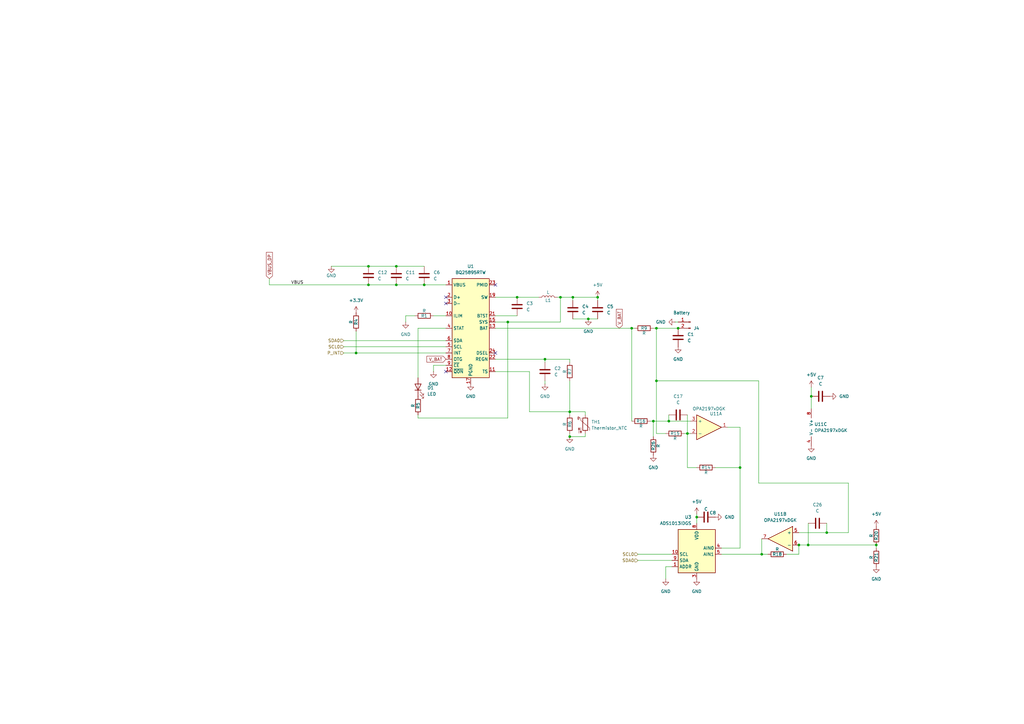
<source format=kicad_sch>
(kicad_sch (version 20250114) (generator "eeschema") (generator_version "9.0")
  (paper "A3")
  (lib_symbols
    (symbol "Amplifier_Operational:OPA2197xDGK"
      (property "Reference" "U" (at 0 5.08 0))
      (property "Value" "OPA2197xDGK" (at 0 -5.08 0))
      (symbol "OPA2197xDGK_1_1"
        (polyline (pts (xy -5.08 5.08) (xy 5.08 0) (xy -5.08 -5.08) (xy -5.08 5.08)) (stroke (width 0.254)) (fill (type background)))
        (pin input line (at -7.62 2.54 0) (length 2.54) (name "+") (number "3"))
        (pin input line (at -7.62 -2.54 0) (length 2.54) (name "-") (number "2"))
        (pin output line (at 7.62 0 180) (length 2.54) (name "~") (number "1"))
      )
      (symbol "OPA2197xDGK_2_1"
        (polyline (pts (xy -5.08 5.08) (xy 5.08 0) (xy -5.08 -5.08) (xy -5.08 5.08)) (stroke (width 0.254)) (fill (type background)))
        (pin input line (at -7.62 2.54 0) (length 2.54) (name "+") (number "5"))
        (pin input line (at -7.62 -2.54 0) (length 2.54) (name "-") (number "6"))
        (pin output line (at 7.62 0 180) (length 2.54) (name "~") (number "7"))
      )
      (symbol "OPA2197xDGK_3_1"
        (pin power_in line (at -2.54 7.62 270) (length 3.81) (name "V+") (number "8"))
        (pin power_in line (at -2.54 -7.62 90) (length 3.81) (name "V-") (number "4"))
      )
    )
    (symbol "Analog_ADC:ADS1013IDGS"
      (property "Reference" "U" (at 2.54 13.97 0))
      (property "Value" "ADS1013IDGS" (at 7.62 11.43 0))
      (symbol "ADS1013IDGS_0_1"
        (rectangle (start -7.62 10.16) (end 7.62 -7.62) (stroke (width 0.254)) (fill (type background)))
      )
      (symbol "ADS1013IDGS_1_1"
        (pin input line (at -10.16 2.54 0) (length 2.54) (name "AIN0") (number "4"))
        (pin input line (at -10.16 0 0) (length 2.54) (name "AIN1") (number "5"))
        (pin power_in line (at 0 12.7 270) (length 2.54) (name "VDD") (number "8"))
        (pin power_in line (at 0 -10.16 90) (length 2.54) (name "GND") (number "3"))
        (pin no_connect line (at 7.62 7.62 180) (length 2.54) (hide yes) (name "~") (number "2"))
        (pin no_connect line (at 7.62 5.08 180) (length 2.54) (hide yes) (name "~") (number "6"))
        (pin no_connect line (at 7.62 2.54 180) (length 2.54) (hide yes) (name "~") (number "7"))
        (pin input line (at 10.16 0 180) (length 2.54) (name "SCL") (number "10"))
        (pin bidirectional line (at 10.16 -2.54 180) (length 2.54) (name "SDA") (number "9"))
        (pin input line (at 10.16 -5.08 180) (length 2.54) (name "ADDR") (number "1"))
      )
    )
    (symbol "Battery_Management:BQ25895RTW"
      (property "Reference" "U" (at -5.08 22.86 0))
      (property "Value" "BQ25895RTW" (at 5.08 22.86 0))
      (symbol "BQ25895RTW_0_1"
        (rectangle (start -7.62 20.32) (end 7.62 -20.32) (stroke (width 0.254)) (fill (type background)))
      )
      (symbol "BQ25895RTW_1_1"
        (pin power_in line (at -10.16 17.78 0) (length 2.54) (name "VBUS") (number "1"))
        (pin bidirectional line (at -10.16 12.7 0) (length 2.54) (name "D+") (number "2"))
        (pin bidirectional line (at -10.16 10.16 0) (length 2.54) (name "D-") (number "3"))
        (pin passive line (at -10.16 5.08 0) (length 2.54) (name "ILIM") (number "10"))
        (pin open_collector line (at -10.16 0 0) (length 2.54) (name "STAT") (number "4"))
        (pin bidirectional line (at -10.16 -5.08 0) (length 2.54) (name "SDA") (number "6"))
        (pin input line (at -10.16 -7.62 0) (length 2.54) (name "SCL") (number "5"))
        (pin open_collector line (at -10.16 -10.16 0) (length 2.54) (name "INT") (number "7"))
        (pin input line (at -10.16 -12.7 0) (length 2.54) (name "OTG") (number "8"))
        (pin input line (at -10.16 -15.24 0) (length 2.54) (name "~{CE}") (number "9"))
        (pin input line (at -10.16 -17.78 0) (length 2.54) (name "~{QON}") (number "12"))
        (pin power_in line (at 0 -22.86 90) (length 2.54) (name "PGND") (number "17"))
        (pin passive line (at 0 -22.86 90) (length 2.54) (hide yes) (name "PGND") (number "18"))
        (pin passive line (at 0 -22.86 90) (length 2.54) (hide yes) (name "PGND") (number "25"))
        (pin power_out line (at 10.16 17.78 180) (length 2.54) (name "PMID") (number "23"))
        (pin power_out line (at 10.16 12.7 180) (length 2.54) (name "SW") (number "19"))
        (pin passive line (at 10.16 12.7 180) (length 2.54) (hide yes) (name "SW") (number "20"))
        (pin passive line (at 10.16 5.08 180) (length 2.54) (name "BTST") (number "21"))
        (pin passive line (at 10.16 2.54 180) (length 2.54) (name "SYS") (number "15"))
        (pin passive line (at 10.16 2.54 180) (length 2.54) (hide yes) (name "SYS") (number "16"))
        (pin passive line (at 10.16 0 180) (length 2.54) (name "BAT") (number "13"))
        (pin passive line (at 10.16 0 180) (length 2.54) (hide yes) (name "BAT") (number "14"))
        (pin open_collector line (at 10.16 -10.16 180) (length 2.54) (name "DSEL") (number "24"))
        (pin passive line (at 10.16 -12.7 180) (length 2.54) (name "REGN") (number "22"))
        (pin passive line (at 10.16 -17.78 180) (length 2.54) (name "TS") (number "11"))
      )
    )
    (symbol "Connector:Conn_01x02_Pin" (pin_names (offset 1.016) (hide yes))
      (property "Reference" "J" (at 0 2.54 0))
      (property "Value" "Conn_01x02_Pin" (at 0 -5.08 0))
      (symbol "Conn_01x02_Pin_1_1"
        (rectangle (start 0.8636 0.127) (end 0 -0.127) (stroke (width 0.1524)) (fill (type outline)))
        (rectangle (start 0.8636 -2.413) (end 0 -2.667) (stroke (width 0.1524)) (fill (type outline)))
        (polyline (pts (xy 1.27 0) (xy 0.8636 0)) (stroke (width 0.1524)))
        (polyline (pts (xy 1.27 -2.54) (xy 0.8636 -2.54)) (stroke (width 0.1524)))
        (pin passive line (at 5.08 0 180) (length 3.81) (name "Pin_1") (number "1"))
        (pin passive line (at 5.08 -2.54 180) (length 3.81) (name "Pin_2") (number "2"))
      )
    )
    (symbol "Device:C" (pin_numbers (hide yes)) (pin_names (offset 0.254))
      (property "Reference" "C" (at 0.635 2.54 0))
      (property "Value" "C" (at 0.635 -2.54 0))
      (symbol "C_0_1"
        (polyline (pts (xy -2.032 0.762) (xy 2.032 0.762)) (stroke (width 0.508)))
        (polyline (pts (xy -2.032 -0.762) (xy 2.032 -0.762)) (stroke (width 0.508)))
      )
      (symbol "C_1_1"
        (pin passive line (at 0 3.81 270) (length 2.794) (name "~") (number "1"))
        (pin passive line (at 0 -3.81 90) (length 2.794) (name "~") (number "2"))
      )
    )
    (symbol "Device:L" (pin_numbers (hide yes)) (pin_names (offset 1.016) (hide yes))
      (property "Reference" "L" (at -1.27 0 90))
      (property "Value" "L" (at 1.905 0 90))
      (symbol "L_0_1"
        (arc (start 0 2.54) (mid 0.6323 1.905) (end 0 1.27))
        (arc (start 0 1.27) (mid 0.6323 0.635) (end 0 0))
        (arc (start 0 0) (mid 0.6323 -0.635) (end 0 -1.27))
        (arc (start 0 -1.27) (mid 0.6323 -1.905) (end 0 -2.54))
      )
      (symbol "L_1_1"
        (pin passive line (at 0 3.81 270) (length 1.27) (name "1") (number "1"))
        (pin passive line (at 0 -3.81 90) (length 1.27) (name "2") (number "2"))
      )
    )
    (symbol "Device:LED" (pin_numbers (hide yes)) (pin_names (offset 1.016) (hide yes))
      (property "Reference" "D" (at 0 2.54 0))
      (property "Value" "LED" (at 0 -2.54 0))
      (symbol "LED_0_1"
        (polyline (pts (xy -3.048 -0.762) (xy -4.572 -2.286) (xy -3.81 -2.286) (xy -4.572 -2.286) (xy -4.572 -1.524)))
        (polyline (pts (xy -1.778 -0.762) (xy -3.302 -2.286) (xy -2.54 -2.286) (xy -3.302 -2.286) (xy -3.302 -1.524)))
        (polyline (pts (xy -1.27 0) (xy 1.27 0)))
        (polyline (pts (xy -1.27 -1.27) (xy -1.27 1.27)) (stroke (width 0.254)))
        (polyline (pts (xy 1.27 -1.27) (xy 1.27 1.27) (xy -1.27 0) (xy 1.27 -1.27)) (stroke (width 0.254)))
      )
      (symbol "LED_1_1"
        (pin passive line (at -3.81 0 0) (length 2.54) (name "K") (number "1"))
        (pin passive line (at 3.81 0 180) (length 2.54) (name "A") (number "2"))
      )
    )
    (symbol "Device:R" (pin_numbers (hide yes)) (pin_names (offset 0))
      (property "Reference" "R" (at 2.032 0 90))
      (property "Value" "R" (at 0 0 90))
      (symbol "R_0_1"
        (rectangle (start -1.016 -2.54) (end 1.016 2.54) (stroke (width 0.254)))
      )
      (symbol "R_1_1"
        (pin passive line (at 0 3.81 270) (length 1.27) (name "~") (number "1"))
        (pin passive line (at 0 -3.81 90) (length 1.27) (name "~") (number "2"))
      )
    )
    (symbol "Device:Thermistor_NTC" (pin_numbers (hide yes)) (pin_names (offset 0))
      (property "Reference" "TH" (at -4.445 0 90))
      (property "Value" "Thermistor_NTC" (at 3.175 0 90))
      (symbol "Thermistor_NTC_0_1"
        (arc (start -3.175 2.413) (mid -3.0506 2.3165) (end -3.048 2.159))
        (arc (start -3.048 2.794) (mid -2.9736 2.9736) (end -2.794 3.048))
        (arc (start -2.794 3.048) (mid -2.6144 2.9736) (end -2.54 2.794))
        (arc (start -2.794 2.54) (mid -2.9736 2.6144) (end -3.048 2.794))
        (arc (start -2.794 1.905) (mid -2.9736 1.9794) (end -3.048 2.159))
        (arc (start -2.54 2.159) (mid -2.6144 1.9794) (end -2.794 1.905))
        (arc (start -2.159 2.794) (mid -2.434 2.5608) (end -2.794 2.54))
        (polyline (pts (xy -2.54 2.159) (xy -2.54 2.794)))
        (polyline (pts (xy -2.54 -3.683) (xy -2.54 -1.397) (xy -2.794 -2.159) (xy -2.286 -2.159) (xy -2.54 -1.397) (xy -2.54 -1.651)) (fill (type outline)))
        (polyline (pts (xy -1.778 2.54) (xy -1.778 1.524) (xy 1.778 -1.524) (xy 1.778 -2.54)))
        (polyline (pts (xy -1.778 -1.397) (xy -1.778 -3.683) (xy -2.032 -2.921) (xy -1.524 -2.921) (xy -1.778 -3.683) (xy -1.778 -3.429)) (fill (type outline)))
        (rectangle (start -1.016 2.54) (end 1.016 -2.54) (stroke (width 0.254)))
      )
      (symbol "Thermistor_NTC_1_1"
        (pin passive line (at 0 3.81 270) (length 1.27) (name "~") (number "1"))
        (pin passive line (at 0 -3.81 90) (length 1.27) (name "~") (number "2"))
      )
    )
    (symbol "power:+3V3" (power) (pin_numbers (hide yes)) (pin_names (offset 0) (hide yes))
      (property "Value" "+3V3" (at 0 3.556 0))
      (symbol "+3V3_0_1"
        (polyline (pts (xy -0.762 1.27) (xy 0 2.54)))
        (polyline (pts (xy 0 2.54) (xy 0.762 1.27)))
        (polyline (pts (xy 0 0) (xy 0 2.54)))
      )
      (symbol "+3V3_1_1"
        (pin power_in line (at 0 0 90) (length 0) (name "~") (number "1"))
      )
    )
    (symbol "power:+5V" (power) (pin_numbers (hide yes)) (pin_names (offset 0) (hide yes))
      (property "Value" "+5V" (at 0 3.556 0))
      (symbol "+5V_0_1"
        (polyline (pts (xy -0.762 1.27) (xy 0 2.54)))
        (polyline (pts (xy 0 2.54) (xy 0.762 1.27)))
        (polyline (pts (xy 0 0) (xy 0 2.54)))
      )
      (symbol "+5V_1_1"
        (pin power_in line (at 0 0 90) (length 0) (name "~") (number "1"))
      )
    )
    (symbol "power:GND" (power) (pin_numbers (hide yes)) (pin_names (offset 0) (hide yes))
      (property "Value" "GND" (at 0 -3.81 0))
      (symbol "GND_0_1"
        (polyline (pts (xy 0 0) (xy 0 -1.27) (xy 1.27 -1.27) (xy 0 -2.54) (xy -1.27 -1.27) (xy 0 -1.27)))
      )
      (symbol "GND_1_1"
        (pin power_in line (at 0 0 270) (length 0) (name "~") (number "1"))
      )
    )
  )
  (junction (at 285.75 212.09))
  (junction (at 173.99 116.84))
  (junction (at 281.94 177.8))
  (junction (at 151.13 109.22))
  (junction (at 259.08 134.62))
  (junction (at 245.11 121.92))
  (junction (at 278.13 134.62))
  (junction (at 234.95 121.92))
  (junction (at 223.52 147.32))
  (junction (at 233.68 179.07))
  (junction (at 162.56 109.22))
  (junction (at 303.53 191.77))
  (junction (at 339.09 218.44))
  (junction (at 146.05 144.78))
  (junction (at 359.41 223.52))
  (junction (at 233.68 168.91))
  (junction (at 269.24 156.21))
  (junction (at 331.47 223.52))
  (junction (at 229.87 121.92))
  (junction (at 269.24 134.62))
  (junction (at 267.97 172.72))
  (junction (at 151.13 116.84))
  (junction (at 208.28 132.08))
  (junction (at 332.74 162.56))
  (junction (at 327.66 223.52))
  (junction (at 312.42 227.33))
  (junction (at 162.56 116.84))
  (junction (at 212.09 121.92))
  (junction (at 274.32 172.72))
  (junction (at 241.3 130.81))
  (no_connect (at 203.2 144.78))
  (no_connect (at 182.88 121.92))
  (no_connect (at 203.2 116.84))
  (no_connect (at 182.88 152.4))
  (no_connect (at 182.88 124.46))
  (wire (pts (xy 331.47 223.52) (xy 359.41 223.52)))
  (wire (pts (xy 312.42 220.98) (xy 312.42 227.33)))
  (wire (pts (xy 177.8 149.86) (xy 182.88 149.86)))
  (wire (pts (xy 229.87 132.08) (xy 229.87 121.92)))
  (wire (pts (xy 240.03 179.07) (xy 233.68 179.07)))
  (wire (pts (xy 177.8 152.4) (xy 177.8 149.86)))
  (wire (pts (xy 223.52 148.59) (xy 223.52 147.32)))
  (wire (pts (xy 203.2 147.32) (xy 223.52 147.32)))
  (wire (pts (xy 259.08 172.72) (xy 259.08 134.62)))
  (wire (pts (xy 162.56 116.84) (xy 173.99 116.84)))
  (wire (pts (xy 261.62 229.87) (xy 275.59 229.87)))
  (wire (pts (xy 166.37 132.08) (xy 166.37 129.54)))
  (wire (pts (xy 285.75 191.77) (xy 281.94 191.77)))
  (wire (pts (xy 208.28 132.08) (xy 208.28 171.45)))
  (wire (pts (xy 208.28 171.45) (xy 171.45 171.45)))
  (wire (pts (xy 303.53 224.79) (xy 303.53 191.77)))
  (wire (pts (xy 267.97 172.72) (xy 274.32 172.72)))
  (wire (pts (xy 359.41 223.52) (xy 359.41 224.79)))
  (wire (pts (xy 234.95 121.92) (xy 245.11 121.92)))
  (wire (pts (xy 110.49 114.3) (xy 110.49 116.84)))
  (wire (pts (xy 332.74 158.75) (xy 332.74 162.56)))
  (wire (pts (xy 177.8 129.54) (xy 182.88 129.54)))
  (wire (pts (xy 261.62 227.33) (xy 275.59 227.33)))
  (wire (pts (xy 240.03 177.8) (xy 240.03 179.07)))
  (wire (pts (xy 327.66 223.52) (xy 331.47 223.52)))
  (wire (pts (xy 182.88 134.62) (xy 171.45 134.62)))
  (wire (pts (xy 273.05 232.41) (xy 275.59 232.41)))
  (wire (pts (xy 347.98 198.12) (xy 311.15 198.12)))
  (wire (pts (xy 140.97 142.24) (xy 182.88 142.24)))
  (wire (pts (xy 273.05 232.41) (xy 273.05 237.49)))
  (wire (pts (xy 140.97 144.78) (xy 146.05 144.78)))
  (wire (pts (xy 303.53 175.26) (xy 298.45 175.26)))
  (wire (pts (xy 173.99 116.84) (xy 182.88 116.84)))
  (wire (pts (xy 274.32 172.72) (xy 283.21 172.72)))
  (wire (pts (xy 162.56 109.22) (xy 173.99 109.22)))
  (wire (pts (xy 311.15 198.12) (xy 311.15 156.21)))
  (wire (pts (xy 135.89 109.22) (xy 151.13 109.22)))
  (wire (pts (xy 151.13 109.22) (xy 162.56 109.22)))
  (wire (pts (xy 281.94 177.8) (xy 283.21 177.8)))
  (wire (pts (xy 182.88 144.78) (xy 146.05 144.78)))
  (wire (pts (xy 266.7 172.72) (xy 267.97 172.72)))
  (wire (pts (xy 217.17 152.4) (xy 217.17 168.91)))
  (wire (pts (xy 269.24 156.21) (xy 311.15 156.21)))
  (wire (pts (xy 295.91 227.33) (xy 312.42 227.33)))
  (wire (pts (xy 241.3 130.81) (xy 245.11 130.81)))
  (wire (pts (xy 146.05 144.78) (xy 146.05 135.89)))
  (wire (pts (xy 285.75 212.09) (xy 285.75 214.63)))
  (wire (pts (xy 233.68 147.32) (xy 223.52 147.32)))
  (wire (pts (xy 322.58 227.33) (xy 327.66 227.33)))
  (wire (pts (xy 259.08 134.62) (xy 260.35 134.62)))
  (wire (pts (xy 203.2 129.54) (xy 212.09 129.54)))
  (wire (pts (xy 339.09 218.44) (xy 327.66 218.44)))
  (wire (pts (xy 233.68 148.59) (xy 233.68 147.32)))
  (wire (pts (xy 331.47 214.63) (xy 331.47 223.52)))
  (wire (pts (xy 269.24 156.21) (xy 269.24 134.62)))
  (wire (pts (xy 208.28 132.08) (xy 229.87 132.08)))
  (wire (pts (xy 203.2 132.08) (xy 208.28 132.08)))
  (wire (pts (xy 303.53 191.77) (xy 303.53 175.26)))
  (wire (pts (xy 267.97 179.07) (xy 267.97 172.72)))
  (wire (pts (xy 327.66 227.33) (xy 327.66 223.52)))
  (wire (pts (xy 245.11 121.92) (xy 245.11 123.19)))
  (wire (pts (xy 140.97 139.7) (xy 182.88 139.7)))
  (wire (pts (xy 267.97 134.62) (xy 269.24 134.62)))
  (wire (pts (xy 285.75 210.82) (xy 285.75 212.09)))
  (wire (pts (xy 229.87 121.92) (xy 234.95 121.92)))
  (wire (pts (xy 110.49 116.84) (xy 151.13 116.84)))
  (wire (pts (xy 166.37 129.54) (xy 170.18 129.54)))
  (wire (pts (xy 233.68 168.91) (xy 240.03 168.91)))
  (wire (pts (xy 151.13 116.84) (xy 162.56 116.84)))
  (wire (pts (xy 212.09 121.92) (xy 220.98 121.92)))
  (wire (pts (xy 339.09 214.63) (xy 339.09 218.44)))
  (wire (pts (xy 281.94 170.18) (xy 281.94 177.8)))
  (wire (pts (xy 280.67 177.8) (xy 281.94 177.8)))
  (wire (pts (xy 274.32 170.18) (xy 274.32 172.72)))
  (wire (pts (xy 281.94 191.77) (xy 281.94 177.8)))
  (wire (pts (xy 217.17 168.91) (xy 233.68 168.91)))
  (wire (pts (xy 228.6 121.92) (xy 229.87 121.92)))
  (wire (pts (xy 203.2 152.4) (xy 217.17 152.4)))
  (wire (pts (xy 234.95 123.19) (xy 234.95 121.92)))
  (wire (pts (xy 269.24 134.62) (xy 278.13 134.62)))
  (wire (pts (xy 171.45 134.62) (xy 171.45 154.94)))
  (wire (pts (xy 240.03 168.91) (xy 240.03 170.18)))
  (wire (pts (xy 233.68 156.21) (xy 233.68 168.91)))
  (wire (pts (xy 234.95 130.81) (xy 241.3 130.81)))
  (wire (pts (xy 203.2 121.92) (xy 212.09 121.92)))
  (wire (pts (xy 233.68 168.91) (xy 233.68 170.18)))
  (wire (pts (xy 293.37 191.77) (xy 303.53 191.77)))
  (wire (pts (xy 347.98 218.44) (xy 347.98 198.12)))
  (wire (pts (xy 295.91 224.79) (xy 303.53 224.79)))
  (wire (pts (xy 171.45 170.18) (xy 171.45 171.45)))
  (wire (pts (xy 269.24 177.8) (xy 269.24 156.21)))
  (wire (pts (xy 273.05 177.8) (xy 269.24 177.8)))
  (wire (pts (xy 276.86 132.08) (xy 278.13 132.08)))
  (wire (pts (xy 203.2 134.62) (xy 259.08 134.62)))
  (wire (pts (xy 332.74 162.56) (xy 332.74 167.64)))
  (wire (pts (xy 233.68 177.8) (xy 233.68 179.07)))
  (wire (pts (xy 312.42 227.33) (xy 314.96 227.33)))
  (wire (pts (xy 223.52 156.21) (xy 223.52 157.48)))
  (wire (pts (xy 347.98 218.44) (xy 339.09 218.44)))
  (label "VBUS" (at 119.38 116.84 0))
  (global_label "V_BAT" (shape input) (at 182.88 147.32 180) (property "Intersheetrefs" "${INTERSHEET_REFS}" (effects (hide yes))))
  (global_label "V_BAT" (shape input) (at 254 134.62 90) (property "Intersheetrefs" "${INTERSHEET_REFS}" (effects (hide yes))))
  (global_label "VBUS_DP" (shape input) (at 110.49 114.3 90) (property "Intersheetrefs" "${INTERSHEET_REFS}" (effects (hide yes))))
  (hierarchical_label "SCL0" (shape input) (at 140.97 142.24 180))
  (hierarchical_label "P_INT" (shape input) (at 140.97 144.78 180))
  (hierarchical_label "SDA0" (shape input) (at 261.62 229.87 180))
  (hierarchical_label "SDA0" (shape input) (at 140.97 139.7 180))
  (hierarchical_label "SCL0" (shape input) (at 261.62 227.33 180))
  (symbol (lib_id "power:+5V") (at 245.11 121.92 0) (unit 1)
    (property "Reference" "#PWR05" (effects (hide yes)))
    (property "Value" "+5V" (at 245.11 116.84 0))
    (property "Description" "Power symbol creates a global label with name \"+5V\"" (effects (hide yes)))
  )
  (symbol (lib_id "Amplifier_Operational:OPA2197xDGK") (at 335.28 175.26 0) (unit 3)
    (property "Reference" "U11" (at 334.01 173.9899 0) (effects (justify left)))
    (property "Value" "OPA2197xDGK" (at 334.01 176.5299 0) (effects (justify left)))
    (property "Footprint" "Package_SO:SSOP-8_2.95x2.8mm_P0.65mm" (effects (hide yes)))
    (property "Datasheet" "http://www.ti.com/lit/ds/symlink/opa2197.pdf" (effects (hide yes)))
    (property "Description" "Dual 36V, Precision, Rail-to-Rail Input/Output, Low Offset Voltage, Operational Amplifier, VSSOP-8" (effects (hide yes)))
  )
  (symbol (lib_id "power:GND") (at 135.89 109.22 0) (unit 1)
    (property "Reference" "#PWR015" (effects (hide yes)))
    (property "Value" "GND" (at 135.89 113.03 0))
    (property "Description" "Power symbol creates a global label with name \"GND\" , ground" (effects (hide yes)))
  )
  (symbol (lib_id "Device:C") (at 162.56 113.03 0) (unit 1)
    (property "Reference" "C11" (at 166.37 111.7599 0) (effects (justify left)))
    (property "Value" "C" (at 166.37 114.2999 0) (effects (justify left)))
    (property "Footprint" "Capacitor_SMD:C_0805_2012Metric" (effects (hide yes)))
    (property "Description" "Unpolarized capacitor" (effects (hide yes)))
  )
  (symbol (lib_id "Device:C") (at 336.55 162.56 90) (unit 1)
    (property "Reference" "C7" (at 336.55 154.94 90))
    (property "Value" "C" (at 336.55 157.48 90))
    (property "Footprint" "Capacitor_SMD:C_0402_1005Metric" (effects (hide yes)))
    (property "Description" "Unpolarized capacitor" (effects (hide yes)))
  )
  (symbol (lib_id "power:GND") (at 276.86 132.08 270) (unit 1)
    (property "Reference" "#PWR012" (effects (hide yes)))
    (property "Value" "GND" (at 273.05 132.0799 90) (effects (justify right)))
    (property "Description" "Power symbol creates a global label with name \"GND\" , ground" (effects (hide yes)))
  )
  (symbol (lib_id "Device:R") (at 289.56 191.77 270) (unit 1)
    (property "Reference" "R14" (at 289.56 191.77 90))
    (property "Value" "R" (at 289.56 193.802 90))
    (property "Footprint" "Resistor_SMD:R_0402_1005Metric" (effects (hide yes)))
    (property "Description" "Resistor" (effects (hide yes)))
  )
  (symbol (lib_id "Device:C") (at 278.13 138.43 0) (unit 1)
    (property "Reference" "C1" (at 281.94 137.1599 0) (effects (justify left)))
    (property "Value" "C" (at 281.94 139.6999 0) (effects (justify left)))
    (property "Footprint" "Capacitor_SMD:C_0805_2012Metric" (effects (hide yes)))
    (property "Description" "Unpolarized capacitor" (effects (hide yes)))
  )
  (symbol (lib_id "Device:R") (at 276.86 177.8 270) (unit 1)
    (property "Reference" "R15" (at 276.86 177.8 90))
    (property "Value" "R" (at 276.86 179.832 90))
    (property "Footprint" "Resistor_SMD:R_0402_1005Metric" (effects (hide yes)))
    (property "Description" "Resistor" (effects (hide yes)))
  )
  (symbol (lib_id "power:+5V") (at 359.41 215.9 0) (unit 1)
    (property "Reference" "#PWR085" (effects (hide yes)))
    (property "Value" "+5V" (at 359.41 210.82 0))
    (property "Description" "Power symbol creates a global label with name \"+5V\"" (effects (hide yes)))
  )
  (symbol (lib_id "Analog_ADC:ADS1013IDGS") (at 285.75 227.33 0) (mirror y) (unit 1)
    (property "Reference" "U3" (at 283.6067 212.09 0) (effects (justify left)))
    (property "Value" "ADS1013IDGS" (at 283.6067 214.63 0) (effects (justify left)))
    (property "Footprint" "Package_SO:TSSOP-10_3x3mm_P0.5mm" (effects (hide yes)))
    (property "Datasheet" "http://www.ti.com/lit/ds/symlink/ads1015.pdf" (effects (hide yes)))
    (property "Description" "Ultra-Small, Low-Power, I2C-Compatible, 3.3-kSPS, 12-Bit ADCs With Internal Reference and Oscillator, VSSOP-10" (effects (hide yes)))
  )
  (symbol (lib_id "power:GND") (at 340.36 162.56 90) (unit 1)
    (property "Reference" "#PWR016" (effects (hide yes)))
    (property "Value" "GND" (at 344.17 162.5599 90) (effects (justify right)))
    (property "Description" "Power symbol creates a global label with name \"GND\" , ground" (effects (hide yes)))
  )
  (symbol (lib_id "power:GND") (at 278.13 142.24 0) (unit 1)
    (property "Reference" "#PWR070" (effects (hide yes)))
    (property "Value" "GND" (at 278.13 147.32 0))
    (property "Description" "Power symbol creates a global label with name \"GND\" , ground" (effects (hide yes)))
  )
  (symbol (lib_id "Device:R") (at 146.05 132.08 180) (unit 1)
    (property "Reference" "R4" (at 146.05 132.08 90))
    (property "Value" "R" (at 144.018 132.08 90))
    (property "Footprint" "Resistor_SMD:R_0402_1005Metric" (effects (hide yes)))
    (property "Description" "Resistor" (effects (hide yes)))
  )
  (symbol (lib_id "Connector:Conn_01x02_Pin") (at 283.21 132.08 0) (mirror y) (unit 1)
    (property "Reference" "J4" (at 284.48 134.6201 0) (effects (justify right)))
    (property "Value" "Battery" (at 276.098 128.27 0) (effects (justify right)))
    (property "Footprint" "Connector_Wuerth:Wuerth_WR-WTB_64800211622_1x02_P1.50mm_Vertical" (effects (hide yes)))
    (property "Description" "Generic connector, single row, 01x02, script generated" (effects (hide yes)))
  )
  (symbol (lib_id "Device:C") (at 212.09 125.73 0) (unit 1)
    (property "Reference" "C3" (at 215.9 124.4599 0) (effects (justify left)))
    (property "Value" "C" (at 215.9 126.9999 0) (effects (justify left)))
    (property "Footprint" "Capacitor_SMD:C_0805_2012Metric" (effects (hide yes)))
    (property "Description" "Unpolarized capacitor" (effects (hide yes)))
  )
  (symbol (lib_id "power:GND") (at 166.37 132.08 0) (unit 1)
    (property "Reference" "#PWR014" (effects (hide yes)))
    (property "Value" "GND" (at 166.37 137.16 0))
    (property "Description" "Power symbol creates a global label with name \"GND\" , ground" (effects (hide yes)))
  )
  (symbol (lib_id "power:GND") (at 273.05 237.49 0) (unit 1)
    (property "Reference" "#PWR040" (effects (hide yes)))
    (property "Value" "GND" (at 273.05 242.57 0))
    (property "Description" "Power symbol creates a global label with name \"GND\" , ground" (effects (hide yes)))
  )
  (symbol (lib_id "Device:C") (at 289.56 212.09 90) (unit 1)
    (property "Reference" "C8" (at 292.354 210.312 90))
    (property "Value" "C" (at 289.56 208.788 90))
    (property "Footprint" "Capacitor_SMD:C_0402_1005Metric" (effects (hide yes)))
    (property "Description" "Unpolarized capacitor" (effects (hide yes)))
  )
  (symbol (lib_id "power:GND") (at 177.8 152.4 0) (unit 1)
    (property "Reference" "#PWR019" (effects (hide yes)))
    (property "Value" "GND" (at 177.8 157.48 0))
    (property "Description" "Power symbol creates a global label with name \"GND\" , ground" (effects (hide yes)))
  )
  (symbol (lib_id "Device:R") (at 233.68 152.4 180) (unit 1)
    (property "Reference" "R7" (at 233.68 152.4 90))
    (property "Value" "R" (at 231.648 152.4 90))
    (property "Footprint" "Resistor_SMD:R_0402_1005Metric" (effects (hide yes)))
    (property "Description" "Resistor" (effects (hide yes)))
  )
  (symbol (lib_id "Device:R") (at 264.16 134.62 90) (mirror x) (unit 1)
    (property "Reference" "R9" (at 264.16 134.62 90))
    (property "Value" "R" (at 264.16 136.652 90))
    (property "Footprint" "Resistor_SMD:R_0805_2012Metric" (effects (hide yes)))
    (property "Description" "Resistor" (effects (hide yes)))
  )
  (symbol (lib_id "Device:R") (at 262.89 172.72 270) (unit 1)
    (property "Reference" "R16" (at 262.89 172.72 90))
    (property "Value" "R" (at 262.89 174.752 90))
    (property "Footprint" "Resistor_SMD:R_0402_1005Metric" (effects (hide yes)))
    (property "Description" "Resistor" (effects (hide yes)))
  )
  (symbol (lib_id "Device:Thermistor_NTC") (at 240.03 173.99 0) (unit 1)
    (property "Reference" "TH1" (at 242.57 173.0374 0) (effects (justify left)))
    (property "Value" "Thermistor_NTC" (at 242.57 175.5774 0) (effects (justify left)))
    (property "Footprint" "Resistor_THT:R_Axial_DIN0204_L3.6mm_D1.6mm_P1.90mm_Vertical" (effects (hide yes)))
    (property "Description" "Temperature dependent resistor, negative temperature coefficient" (effects (hide yes)))
  )
  (symbol (lib_id "Device:R") (at 171.45 166.37 180) (unit 1)
    (property "Reference" "R5" (at 171.45 166.37 90))
    (property "Value" "R" (at 169.418 166.37 90))
    (property "Footprint" "Resistor_SMD:R_0402_1005Metric" (effects (hide yes)))
    (property "Description" "Resistor" (effects (hide yes)))
  )
  (symbol (lib_id "Device:R") (at 359.41 219.71 180) (unit 1)
    (property "Reference" "R20" (at 359.41 219.71 90))
    (property "Value" "R" (at 357.378 219.71 90))
    (property "Footprint" "Resistor_SMD:R_0402_1005Metric" (effects (hide yes)))
    (property "Description" "Resistor" (effects (hide yes)))
  )
  (symbol (lib_id "Amplifier_Operational:OPA2197xDGK") (at 290.83 175.26 0) (unit 1)
    (property "Reference" "U11" (at 293.624 169.672 0))
    (property "Value" "OPA2197xDGK" (at 290.83 167.64 0))
    (property "Footprint" "Package_SO:SSOP-8_2.95x2.8mm_P0.65mm" (effects (hide yes)))
    (property "Datasheet" "http://www.ti.com/lit/ds/symlink/opa2197.pdf" (effects (hide yes)))
    (property "Description" "Dual 36V, Precision, Rail-to-Rail Input/Output, Low Offset Voltage, Operational Amplifier, VSSOP-8" (effects (hide yes)))
  )
  (symbol (lib_id "power:GND") (at 233.68 179.07 0) (unit 1)
    (property "Reference" "#PWR018" (effects (hide yes)))
    (property "Value" "GND" (at 233.68 184.15 0))
    (property "Description" "Power symbol creates a global label with name \"GND\" , ground" (effects (hide yes)))
  )
  (symbol (lib_id "power:GND") (at 332.74 182.88 0) (unit 1)
    (property "Reference" "#PWR035" (effects (hide yes)))
    (property "Value" "GND" (at 332.74 187.96 0))
    (property "Description" "Power symbol creates a global label with name \"GND\" , ground" (effects (hide yes)))
  )
  (symbol (lib_id "power:+5V") (at 285.75 210.82 0) (unit 1)
    (property "Reference" "#PWR037" (effects (hide yes)))
    (property "Value" "+5V" (at 285.75 205.74 0))
    (property "Description" "Power symbol creates a global label with name \"+5V\"" (effects (hide yes)))
  )
  (symbol (lib_id "Device:LED") (at 171.45 158.75 90) (unit 1)
    (property "Reference" "D1" (at 175.26 159.0674 90) (effects (justify right)))
    (property "Value" "LED" (at 175.26 161.6074 90) (effects (justify right)))
    (property "Footprint" "LED_SMD:LED_0402_1005Metric" (effects (hide yes)))
    (property "Description" "Light emitting diode" (effects (hide yes)))
    (property "Sim.Pins" "1=K 2=A" (effects (hide yes)))
  )
  (symbol (lib_id "power:+5V") (at 332.74 158.75 0) (unit 1)
    (property "Reference" "#PWR034" (effects (hide yes)))
    (property "Value" "+5V" (at 332.74 153.67 0))
    (property "Description" "Power symbol creates a global label with name \"+5V\"" (effects (hide yes)))
  )
  (symbol (lib_id "power:GND") (at 267.97 186.69 0) (unit 1)
    (property "Reference" "#PWR075" (effects (hide yes)))
    (property "Value" "GND" (at 267.97 191.77 0))
    (property "Description" "Power symbol creates a global label with name \"GND\" , ground" (effects (hide yes)))
  )
  (symbol (lib_id "Device:R") (at 359.41 228.6 180) (unit 1)
    (property "Reference" "R21" (at 359.41 228.6 90))
    (property "Value" "R" (at 357.378 228.6 90))
    (property "Footprint" "Resistor_SMD:R_0402_1005Metric" (effects (hide yes)))
    (property "Description" "Resistor" (effects (hide yes)))
  )
  (symbol (lib_id "Device:C") (at 173.99 113.03 0) (unit 1)
    (property "Reference" "C6" (at 177.8 111.7599 0) (effects (justify left)))
    (property "Value" "C" (at 177.8 114.2999 0) (effects (justify left)))
    (property "Footprint" "Capacitor_SMD:C_0805_2012Metric" (effects (hide yes)))
    (property "Description" "Unpolarized capacitor" (effects (hide yes)))
  )
  (symbol (lib_id "power:GND") (at 193.04 157.48 0) (unit 1)
    (property "Reference" "#PWR010" (effects (hide yes)))
    (property "Value" "GND" (at 193.04 162.56 0))
    (property "Description" "Power symbol creates a global label with name \"GND\" , ground" (effects (hide yes)))
  )
  (symbol (lib_id "Amplifier_Operational:OPA2197xDGK") (at 320.04 220.98 0) (mirror y) (unit 2)
    (property "Reference" "U11" (at 320.04 210.82 0))
    (property "Value" "OPA2197xDGK" (at 320.04 213.36 0))
    (property "Footprint" "Package_SO:SSOP-8_2.95x2.8mm_P0.65mm" (effects (hide yes)))
    (property "Datasheet" "http://www.ti.com/lit/ds/symlink/opa2197.pdf" (effects (hide yes)))
    (property "Description" "Dual 36V, Precision, Rail-to-Rail Input/Output, Low Offset Voltage, Operational Amplifier, VSSOP-8" (effects (hide yes)))
  )
  (symbol (lib_id "power:GND") (at 359.41 232.41 0) (mirror y) (unit 1)
    (property "Reference" "#PWR041" (effects (hide yes)))
    (property "Value" "GND" (at 359.41 237.49 0))
    (property "Description" "Power symbol creates a global label with name \"GND\" , ground" (effects (hide yes)))
  )
  (symbol (lib_id "power:GND") (at 223.52 157.48 0) (unit 1)
    (property "Reference" "#PWR013" (effects (hide yes)))
    (property "Value" "GND" (at 223.52 162.56 0))
    (property "Description" "Power symbol creates a global label with name \"GND\" , ground" (effects (hide yes)))
  )
  (symbol (lib_id "power:GND") (at 285.75 237.49 0) (unit 1)
    (property "Reference" "#PWR036" (effects (hide yes)))
    (property "Value" "GND" (at 285.75 242.57 0))
    (property "Description" "Power symbol creates a global label with name \"GND\" , ground" (effects (hide yes)))
  )
  (symbol (lib_id "power:GND") (at 293.37 212.09 90) (unit 1)
    (property "Reference" "#PWR042" (effects (hide yes)))
    (property "Value" "GND" (at 297.18 212.0899 90) (effects (justify right)))
    (property "Description" "Power symbol creates a global label with name \"GND\" , ground" (effects (hide yes)))
  )
  (symbol (lib_id "Device:C") (at 245.11 127 0) (unit 1)
    (property "Reference" "C5" (at 248.92 125.7299 0) (effects (justify left)))
    (property "Value" "C" (at 248.92 128.2699 0) (effects (justify left)))
    (property "Footprint" "Capacitor_SMD:C_0805_2012Metric" (effects (hide yes)))
    (property "Description" "Unpolarized capacitor" (effects (hide yes)))
  )
  (symbol (lib_id "Device:R") (at 173.99 129.54 90) (unit 1)
    (property "Reference" "R1" (at 173.99 129.54 90))
    (property "Value" "R" (at 173.99 127.508 90))
    (property "Footprint" "Resistor_SMD:R_0402_1005Metric" (effects (hide yes)))
    (property "Description" "Resistor" (effects (hide yes)))
  )
  (symbol (lib_id "power:+3V3") (at 146.05 128.27 0) (unit 1)
    (property "Reference" "#PWR017" (effects (hide yes)))
    (property "Value" "+3.3V" (at 146.05 123.19 0))
    (property "Description" "Power symbol creates a global label with name \"+3V3\"" (effects (hide yes)))
  )
  (symbol (lib_id "Device:L") (at 224.79 121.92 90) (unit 1)
    (property "Reference" "L1" (at 224.79 123.19 90))
    (property "Value" "L" (at 224.79 119.888 90))
    (property "Footprint" "Inductor_SMD:L_Changjiang_FXL0518" (effects (hide yes)))
    (property "Description" "Inductor" (effects (hide yes)))
  )
  (symbol (lib_id "Device:C") (at 335.28 214.63 90) (unit 1)
    (property "Reference" "C26" (at 335.28 207.01 90))
    (property "Value" "C" (at 335.28 209.55 90))
    (property "Footprint" "Capacitor_SMD:C_0402_1005Metric" (effects (hide yes)))
    (property "Description" "Unpolarized capacitor" (effects (hide yes)))
  )
  (symbol (lib_id "Device:C") (at 234.95 127 0) (unit 1)
    (property "Reference" "C4" (at 238.76 125.7299 0) (effects (justify left)))
    (property "Value" "C" (at 238.76 128.2699 0) (effects (justify left)))
    (property "Footprint" "Capacitor_SMD:C_0805_2012Metric" (effects (hide yes)))
    (property "Description" "Unpolarized capacitor" (effects (hide yes)))
  )
  (symbol (lib_id "Device:R") (at 267.97 182.88 0) (unit 1)
    (property "Reference" "R26" (at 267.97 182.88 90))
    (property "Value" "R" (at 270.002 182.88 90))
    (property "Footprint" "Resistor_SMD:R_0402_1005Metric" (effects (hide yes)))
    (property "Description" "Resistor" (effects (hide yes)))
  )
  (symbol (lib_id "Device:R") (at 233.68 173.99 180) (unit 1)
    (property "Reference" "R6" (at 233.68 173.99 90))
    (property "Value" "R" (at 231.648 173.99 90))
    (property "Footprint" "Resistor_SMD:R_0402_1005Metric" (effects (hide yes)))
    (property "Description" "Resistor" (effects (hide yes)))
  )
  (symbol (lib_id "Device:C") (at 278.13 170.18 90) (unit 1)
    (property "Reference" "C17" (at 278.13 162.56 90))
    (property "Value" "C" (at 278.13 165.1 90))
    (property "Footprint" "Capacitor_SMD:C_0402_1005Metric" (effects (hide yes)))
    (property "Description" "Unpolarized capacitor" (effects (hide yes)))
  )
  (symbol (lib_id "Device:C") (at 223.52 152.4 0) (unit 1)
    (property "Reference" "C2" (at 227.33 151.1299 0) (effects (justify left)))
    (property "Value" "C" (at 227.33 153.6699 0) (effects (justify left)))
    (property "Footprint" "Capacitor_SMD:C_0402_1005Metric" (effects (hide yes)))
    (property "Description" "Unpolarized capacitor" (effects (hide yes)))
  )
  (symbol (lib_id "Battery_Management:BQ25895RTW") (at 193.04 134.62 0) (unit 1)
    (property "Reference" "U1" (at 193.04 109.22 0))
    (property "Value" "BQ25895RTW" (at 193.04 111.76 0))
    (property "Footprint" "Package_DFN_QFN:Texas_RTW_WQFN-24-1EP_4x4mm_P0.5mm_EP2.7x2.7mm_ThermalVias" (effects (hide yes)))
    (property "Datasheet" "http://www.ti.com/lit/ds/symlink/bq25895.pdf" (effects (hide yes)))
    (property "Description" "Controlled Single Cell 5A Fast Charger with MaxCharge, WQFN-24" (effects (hide yes)))
  )
  (symbol (lib_id "Device:R") (at 318.77 227.33 270) (mirror x) (unit 1)
    (property "Reference" "R18" (at 318.77 227.33 90))
    (property "Value" "R" (at 318.77 225.298 90))
    (property "Footprint" "Resistor_SMD:R_0402_1005Metric" (effects (hide yes)))
    (property "Description" "Resistor" (effects (hide yes)))
  )
  (symbol (lib_id "Device:C") (at 151.13 113.03 0) (unit 1)
    (property "Reference" "C12" (at 154.94 111.7599 0) (effects (justify left)))
    (property "Value" "C" (at 154.94 114.2999 0) (effects (justify left)))
    (property "Footprint" "Capacitor_SMD:C_0805_2012Metric" (effects (hide yes)))
    (property "Description" "Unpolarized capacitor" (effects (hide yes)))
  )
  (symbol (lib_id "power:GND") (at 241.3 130.81 0) (unit 1)
    (property "Reference" "#PWR020" (effects (hide yes)))
    (property "Value" "GND" (at 241.3 135.89 0))
    (property "Description" "Power symbol creates a global label with name \"GND\" , ground" (effects (hide yes)))
  )
)
</source>
